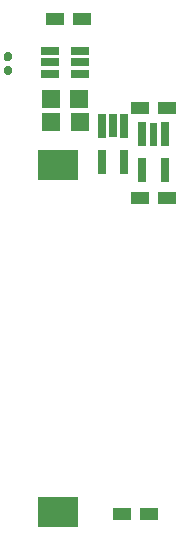
<source format=gbr>
G04 #@! TF.GenerationSoftware,KiCad,Pcbnew,(5.1.9)-1*
G04 #@! TF.CreationDate,2021-03-01T14:16:03+01:00*
G04 #@! TF.ProjectId,button timer v1.2.3_[Coin_Cell&LIPO][TPL5111],62757474-6f6e-4207-9469-6d6572207631,rev?*
G04 #@! TF.SameCoordinates,Original*
G04 #@! TF.FileFunction,Paste,Bot*
G04 #@! TF.FilePolarity,Positive*
%FSLAX46Y46*%
G04 Gerber Fmt 4.6, Leading zero omitted, Abs format (unit mm)*
G04 Created by KiCad (PCBNEW (5.1.9)-1) date 2021-03-01 14:16:03*
%MOMM*%
%LPD*%
G01*
G04 APERTURE LIST*
%ADD10R,1.500000X1.100000*%
%ADD11R,0.650000X2.000000*%
%ADD12C,0.150000*%
%ADD13R,1.500000X0.650000*%
%ADD14R,1.500000X1.500000*%
%ADD15R,3.510000X2.540000*%
G04 APERTURE END LIST*
G04 #@! TO.C,C4*
G36*
G01*
X121715000Y-55260000D02*
X121405000Y-55260000D01*
G75*
G02*
X121250000Y-55105000I0J155000D01*
G01*
X121250000Y-54680000D01*
G75*
G02*
X121405000Y-54525000I155000J0D01*
G01*
X121715000Y-54525000D01*
G75*
G02*
X121870000Y-54680000I0J-155000D01*
G01*
X121870000Y-55105000D01*
G75*
G02*
X121715000Y-55260000I-155000J0D01*
G01*
G37*
G36*
G01*
X121715000Y-56395000D02*
X121405000Y-56395000D01*
G75*
G02*
X121250000Y-56240000I0J155000D01*
G01*
X121250000Y-55815000D01*
G75*
G02*
X121405000Y-55660000I155000J0D01*
G01*
X121715000Y-55660000D01*
G75*
G02*
X121870000Y-55815000I0J-155000D01*
G01*
X121870000Y-56240000D01*
G75*
G02*
X121715000Y-56395000I-155000J0D01*
G01*
G37*
G04 #@! TD*
D10*
G04 #@! TO.C,C5*
X125542560Y-51733800D03*
X127842560Y-51733800D03*
G04 #@! TD*
D11*
G04 #@! TO.C,U1*
X129484080Y-63770640D03*
X131384080Y-63770640D03*
X131384080Y-60720640D03*
D12*
G36*
X130109080Y-59720640D02*
G01*
X130759080Y-59720640D01*
X130759080Y-61720640D01*
X130109080Y-61720640D01*
X130109080Y-59720640D01*
G37*
D11*
X129484080Y-60720640D03*
G04 #@! TD*
D10*
G04 #@! TO.C,C1*
X132750000Y-59250000D03*
X135050000Y-59250000D03*
G04 #@! TD*
D13*
G04 #@! TO.C,U3*
X125100000Y-55360000D03*
X125100000Y-54410000D03*
X125100000Y-56310000D03*
X127700000Y-56310000D03*
X127700000Y-55360000D03*
X127700000Y-54410000D03*
G04 #@! TD*
D11*
G04 #@! TO.C,U2*
X132933400Y-64517400D03*
X134833400Y-64517400D03*
X134833400Y-61467400D03*
D12*
G36*
X133558400Y-60467400D02*
G01*
X134208400Y-60467400D01*
X134208400Y-62467400D01*
X133558400Y-62467400D01*
X133558400Y-60467400D01*
G37*
D11*
X132933400Y-61467400D03*
G04 #@! TD*
D14*
G04 #@! TO.C,R8*
X125180000Y-58440000D03*
X127580000Y-58440000D03*
G04 #@! TD*
G04 #@! TO.C,R7*
X125225000Y-60400000D03*
X127625000Y-60400000D03*
G04 #@! TD*
D10*
G04 #@! TO.C,C3*
X135058800Y-66878200D03*
X132758800Y-66878200D03*
G04 #@! TD*
G04 #@! TO.C,C2*
X133534800Y-93599000D03*
X131234800Y-93599000D03*
G04 #@! TD*
D15*
G04 #@! TO.C,BT1*
X125780800Y-93444200D03*
X125780800Y-64084200D03*
G04 #@! TD*
M02*

</source>
